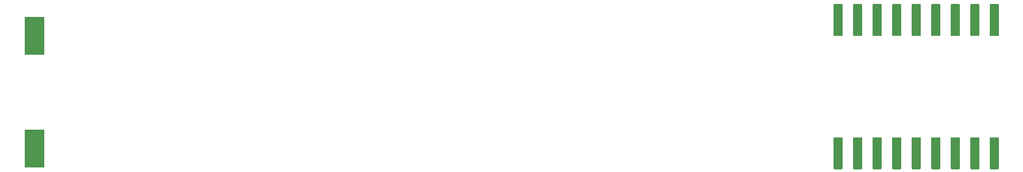
<source format=gbp>
G04 #@! TF.GenerationSoftware,KiCad,Pcbnew,8.0.7*
G04 #@! TF.CreationDate,2025-06-18T23:32:31-07:00*
G04 #@! TF.ProjectId,ESP32_MIDI_v3a,45535033-325f-44d4-9944-495f7633612e,rev?*
G04 #@! TF.SameCoordinates,Original*
G04 #@! TF.FileFunction,Paste,Bot*
G04 #@! TF.FilePolarity,Positive*
%FSLAX46Y46*%
G04 Gerber Fmt 4.6, Leading zero omitted, Abs format (unit mm)*
G04 Created by KiCad (PCBNEW 8.0.7) date 2025-06-18 23:32:31*
%MOMM*%
%LPD*%
G01*
G04 APERTURE LIST*
G04 Aperture macros list*
%AMFreePoly0*
4,1,11,0.558779,3.080902,0.595106,3.030902,0.600000,3.000000,0.600000,-1.000000,-0.600000,-1.000000,-0.600000,3.000000,-0.580902,3.058779,-0.530902,3.095106,-0.500000,3.100000,0.500000,3.100000,0.558779,3.080902,0.558779,3.080902,$1*%
G04 Aperture macros list end*
%ADD10FreePoly0,180.000000*%
%ADD11FreePoly0,0.000000*%
%ADD12R,2.600000X5.000000*%
G04 APERTURE END LIST*
D10*
X205740000Y-105000000D03*
X203200000Y-105000000D03*
X200660000Y-105000000D03*
X198120000Y-105000000D03*
X195580000Y-105000000D03*
X193040000Y-105000000D03*
X190500000Y-105000000D03*
X187960000Y-105000000D03*
X185420000Y-105000000D03*
D11*
X185420000Y-89760000D03*
X187960000Y-89760000D03*
X190500000Y-89760000D03*
X193040000Y-89760000D03*
X195580000Y-89760000D03*
X198120000Y-89760000D03*
X200660000Y-89760000D03*
X203200000Y-89760000D03*
X205740000Y-89760000D03*
D12*
X80932000Y-105458000D03*
X80932000Y-90758000D03*
M02*

</source>
